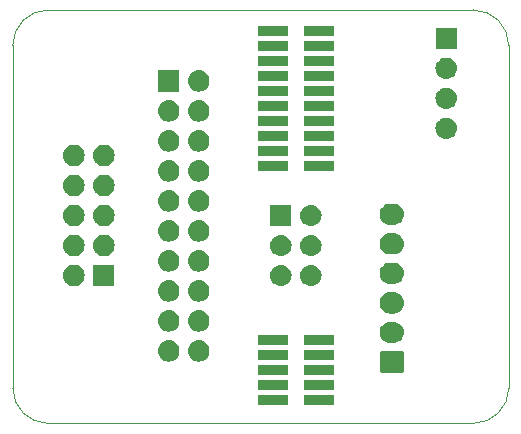
<source format=gbr>
G04 #@! TF.GenerationSoftware,KiCad,Pcbnew,5.1.4+dfsg1-1*
G04 #@! TF.CreationDate,2020-04-28T14:33:28+04:00*
G04 #@! TF.ProjectId,RailLink_Adapter,5261696c-4c69-46e6-9b5f-416461707465,rev?*
G04 #@! TF.SameCoordinates,Original*
G04 #@! TF.FileFunction,Soldermask,Top*
G04 #@! TF.FilePolarity,Negative*
%FSLAX46Y46*%
G04 Gerber Fmt 4.6, Leading zero omitted, Abs format (unit mm)*
G04 Created by KiCad (PCBNEW 5.1.4+dfsg1-1) date 2020-04-28 14:33:28*
%MOMM*%
%LPD*%
G04 APERTURE LIST*
%ADD10C,0.050000*%
%ADD11C,0.100000*%
G04 APERTURE END LIST*
D10*
X110000000Y-58000000D02*
G75*
G02X113000000Y-55000000I3000000J0D01*
G01*
X113000000Y-90000000D02*
G75*
G02X110000000Y-87000000I0J3000000D01*
G01*
X152000000Y-87000000D02*
G75*
G02X149000000Y-90000000I-3000000J0D01*
G01*
X149000000Y-55000000D02*
G75*
G02X152000000Y-58000000I0J-3000000D01*
G01*
X110000000Y-87000000D02*
X110000000Y-58000000D01*
X149000000Y-90000000D02*
X113000000Y-90000000D01*
X152000000Y-58000000D02*
X152000000Y-87000000D01*
X113000000Y-55000000D02*
X149000000Y-55000000D01*
D11*
G36*
X137201000Y-88461000D02*
G01*
X134699000Y-88461000D01*
X134699000Y-87619000D01*
X137201000Y-87619000D01*
X137201000Y-88461000D01*
X137201000Y-88461000D01*
G37*
G36*
X133301000Y-88461000D02*
G01*
X130799000Y-88461000D01*
X130799000Y-87619000D01*
X133301000Y-87619000D01*
X133301000Y-88461000D01*
X133301000Y-88461000D01*
G37*
G36*
X137201000Y-87191000D02*
G01*
X134699000Y-87191000D01*
X134699000Y-86349000D01*
X137201000Y-86349000D01*
X137201000Y-87191000D01*
X137201000Y-87191000D01*
G37*
G36*
X133301000Y-87191000D02*
G01*
X130799000Y-87191000D01*
X130799000Y-86349000D01*
X133301000Y-86349000D01*
X133301000Y-87191000D01*
X133301000Y-87191000D01*
G37*
G36*
X137201000Y-85921000D02*
G01*
X134699000Y-85921000D01*
X134699000Y-85079000D01*
X137201000Y-85079000D01*
X137201000Y-85921000D01*
X137201000Y-85921000D01*
G37*
G36*
X133301000Y-85921000D02*
G01*
X130799000Y-85921000D01*
X130799000Y-85079000D01*
X133301000Y-85079000D01*
X133301000Y-85921000D01*
X133301000Y-85921000D01*
G37*
G36*
X142983600Y-83902989D02*
G01*
X143016652Y-83913015D01*
X143047103Y-83929292D01*
X143073799Y-83951201D01*
X143095708Y-83977897D01*
X143111985Y-84008348D01*
X143122011Y-84041400D01*
X143126000Y-84081903D01*
X143126000Y-85518097D01*
X143122011Y-85558600D01*
X143111985Y-85591652D01*
X143095708Y-85622103D01*
X143073799Y-85648799D01*
X143047103Y-85670708D01*
X143016652Y-85686985D01*
X142983600Y-85697011D01*
X142943097Y-85701000D01*
X141256903Y-85701000D01*
X141216400Y-85697011D01*
X141183348Y-85686985D01*
X141152897Y-85670708D01*
X141126201Y-85648799D01*
X141104292Y-85622103D01*
X141088015Y-85591652D01*
X141077989Y-85558600D01*
X141074000Y-85518097D01*
X141074000Y-84081903D01*
X141077989Y-84041400D01*
X141088015Y-84008348D01*
X141104292Y-83977897D01*
X141126201Y-83951201D01*
X141152897Y-83929292D01*
X141183348Y-83913015D01*
X141216400Y-83902989D01*
X141256903Y-83899000D01*
X142943097Y-83899000D01*
X142983600Y-83902989D01*
X142983600Y-83902989D01*
G37*
G36*
X123379294Y-82958633D02*
G01*
X123551695Y-83010931D01*
X123710583Y-83095858D01*
X123849849Y-83210151D01*
X123964142Y-83349417D01*
X124049069Y-83508305D01*
X124101367Y-83680706D01*
X124119025Y-83860000D01*
X124101367Y-84039294D01*
X124049069Y-84211695D01*
X123964142Y-84370583D01*
X123849849Y-84509849D01*
X123710583Y-84624142D01*
X123551695Y-84709069D01*
X123379294Y-84761367D01*
X123244931Y-84774600D01*
X123155069Y-84774600D01*
X123020706Y-84761367D01*
X122848305Y-84709069D01*
X122689417Y-84624142D01*
X122550151Y-84509849D01*
X122435858Y-84370583D01*
X122350931Y-84211695D01*
X122298633Y-84039294D01*
X122280975Y-83860000D01*
X122298633Y-83680706D01*
X122350931Y-83508305D01*
X122435858Y-83349417D01*
X122550151Y-83210151D01*
X122689417Y-83095858D01*
X122848305Y-83010931D01*
X123020706Y-82958633D01*
X123155069Y-82945400D01*
X123244931Y-82945400D01*
X123379294Y-82958633D01*
X123379294Y-82958633D01*
G37*
G36*
X125919294Y-82958633D02*
G01*
X126091695Y-83010931D01*
X126250583Y-83095858D01*
X126389849Y-83210151D01*
X126504142Y-83349417D01*
X126589069Y-83508305D01*
X126641367Y-83680706D01*
X126659025Y-83860000D01*
X126641367Y-84039294D01*
X126589069Y-84211695D01*
X126504142Y-84370583D01*
X126389849Y-84509849D01*
X126250583Y-84624142D01*
X126091695Y-84709069D01*
X125919294Y-84761367D01*
X125784931Y-84774600D01*
X125695069Y-84774600D01*
X125560706Y-84761367D01*
X125388305Y-84709069D01*
X125229417Y-84624142D01*
X125090151Y-84509849D01*
X124975858Y-84370583D01*
X124890931Y-84211695D01*
X124838633Y-84039294D01*
X124820975Y-83860000D01*
X124838633Y-83680706D01*
X124890931Y-83508305D01*
X124975858Y-83349417D01*
X125090151Y-83210151D01*
X125229417Y-83095858D01*
X125388305Y-83010931D01*
X125560706Y-82958633D01*
X125695069Y-82945400D01*
X125784931Y-82945400D01*
X125919294Y-82958633D01*
X125919294Y-82958633D01*
G37*
G36*
X133301000Y-84651000D02*
G01*
X130799000Y-84651000D01*
X130799000Y-83809000D01*
X133301000Y-83809000D01*
X133301000Y-84651000D01*
X133301000Y-84651000D01*
G37*
G36*
X137201000Y-84651000D02*
G01*
X134699000Y-84651000D01*
X134699000Y-83809000D01*
X137201000Y-83809000D01*
X137201000Y-84651000D01*
X137201000Y-84651000D01*
G37*
G36*
X137201000Y-83381000D02*
G01*
X134699000Y-83381000D01*
X134699000Y-82539000D01*
X137201000Y-82539000D01*
X137201000Y-83381000D01*
X137201000Y-83381000D01*
G37*
G36*
X133301000Y-83381000D02*
G01*
X130799000Y-83381000D01*
X130799000Y-82539000D01*
X133301000Y-82539000D01*
X133301000Y-83381000D01*
X133301000Y-83381000D01*
G37*
G36*
X142335443Y-81405519D02*
G01*
X142401627Y-81412037D01*
X142571466Y-81463557D01*
X142727991Y-81547222D01*
X142763729Y-81576552D01*
X142865186Y-81659814D01*
X142948448Y-81761271D01*
X142977778Y-81797009D01*
X143061443Y-81953534D01*
X143112963Y-82123373D01*
X143130359Y-82300000D01*
X143112963Y-82476627D01*
X143061443Y-82646466D01*
X142977778Y-82802991D01*
X142948448Y-82838729D01*
X142865186Y-82940186D01*
X142778980Y-83010932D01*
X142727991Y-83052778D01*
X142571466Y-83136443D01*
X142401627Y-83187963D01*
X142335442Y-83194482D01*
X142269260Y-83201000D01*
X141930740Y-83201000D01*
X141864558Y-83194482D01*
X141798373Y-83187963D01*
X141628534Y-83136443D01*
X141472009Y-83052778D01*
X141421020Y-83010932D01*
X141334814Y-82940186D01*
X141251552Y-82838729D01*
X141222222Y-82802991D01*
X141138557Y-82646466D01*
X141087037Y-82476627D01*
X141069641Y-82300000D01*
X141087037Y-82123373D01*
X141138557Y-81953534D01*
X141222222Y-81797009D01*
X141251552Y-81761271D01*
X141334814Y-81659814D01*
X141436271Y-81576552D01*
X141472009Y-81547222D01*
X141628534Y-81463557D01*
X141798373Y-81412037D01*
X141864557Y-81405519D01*
X141930740Y-81399000D01*
X142269260Y-81399000D01*
X142335443Y-81405519D01*
X142335443Y-81405519D01*
G37*
G36*
X123379294Y-80418633D02*
G01*
X123551695Y-80470931D01*
X123710583Y-80555858D01*
X123849849Y-80670151D01*
X123964142Y-80809417D01*
X124049069Y-80968305D01*
X124101367Y-81140706D01*
X124119025Y-81320000D01*
X124101367Y-81499294D01*
X124049069Y-81671695D01*
X123964142Y-81830583D01*
X123849849Y-81969849D01*
X123710583Y-82084142D01*
X123551695Y-82169069D01*
X123379294Y-82221367D01*
X123244931Y-82234600D01*
X123155069Y-82234600D01*
X123020706Y-82221367D01*
X122848305Y-82169069D01*
X122689417Y-82084142D01*
X122550151Y-81969849D01*
X122435858Y-81830583D01*
X122350931Y-81671695D01*
X122298633Y-81499294D01*
X122280975Y-81320000D01*
X122298633Y-81140706D01*
X122350931Y-80968305D01*
X122435858Y-80809417D01*
X122550151Y-80670151D01*
X122689417Y-80555858D01*
X122848305Y-80470931D01*
X123020706Y-80418633D01*
X123155069Y-80405400D01*
X123244931Y-80405400D01*
X123379294Y-80418633D01*
X123379294Y-80418633D01*
G37*
G36*
X125919294Y-80418633D02*
G01*
X126091695Y-80470931D01*
X126250583Y-80555858D01*
X126389849Y-80670151D01*
X126504142Y-80809417D01*
X126589069Y-80968305D01*
X126641367Y-81140706D01*
X126659025Y-81320000D01*
X126641367Y-81499294D01*
X126589069Y-81671695D01*
X126504142Y-81830583D01*
X126389849Y-81969849D01*
X126250583Y-82084142D01*
X126091695Y-82169069D01*
X125919294Y-82221367D01*
X125784931Y-82234600D01*
X125695069Y-82234600D01*
X125560706Y-82221367D01*
X125388305Y-82169069D01*
X125229417Y-82084142D01*
X125090151Y-81969849D01*
X124975858Y-81830583D01*
X124890931Y-81671695D01*
X124838633Y-81499294D01*
X124820975Y-81320000D01*
X124838633Y-81140706D01*
X124890931Y-80968305D01*
X124975858Y-80809417D01*
X125090151Y-80670151D01*
X125229417Y-80555858D01*
X125388305Y-80470931D01*
X125560706Y-80418633D01*
X125695069Y-80405400D01*
X125784931Y-80405400D01*
X125919294Y-80418633D01*
X125919294Y-80418633D01*
G37*
G36*
X142335443Y-78905519D02*
G01*
X142401627Y-78912037D01*
X142571466Y-78963557D01*
X142727991Y-79047222D01*
X142763729Y-79076552D01*
X142865186Y-79159814D01*
X142948448Y-79261271D01*
X142977778Y-79297009D01*
X143061443Y-79453534D01*
X143112963Y-79623373D01*
X143130359Y-79800000D01*
X143112963Y-79976627D01*
X143061443Y-80146466D01*
X142977778Y-80302991D01*
X142948448Y-80338729D01*
X142865186Y-80440186D01*
X142763729Y-80523448D01*
X142727991Y-80552778D01*
X142571466Y-80636443D01*
X142401627Y-80687963D01*
X142335443Y-80694481D01*
X142269260Y-80701000D01*
X141930740Y-80701000D01*
X141864557Y-80694481D01*
X141798373Y-80687963D01*
X141628534Y-80636443D01*
X141472009Y-80552778D01*
X141436271Y-80523448D01*
X141334814Y-80440186D01*
X141251552Y-80338729D01*
X141222222Y-80302991D01*
X141138557Y-80146466D01*
X141087037Y-79976627D01*
X141069641Y-79800000D01*
X141087037Y-79623373D01*
X141138557Y-79453534D01*
X141222222Y-79297009D01*
X141251552Y-79261271D01*
X141334814Y-79159814D01*
X141436271Y-79076552D01*
X141472009Y-79047222D01*
X141628534Y-78963557D01*
X141798373Y-78912037D01*
X141864557Y-78905519D01*
X141930740Y-78899000D01*
X142269260Y-78899000D01*
X142335443Y-78905519D01*
X142335443Y-78905519D01*
G37*
G36*
X125919294Y-77878633D02*
G01*
X126091695Y-77930931D01*
X126250583Y-78015858D01*
X126389849Y-78130151D01*
X126504142Y-78269417D01*
X126589069Y-78428305D01*
X126641367Y-78600706D01*
X126659025Y-78780000D01*
X126641367Y-78959294D01*
X126589069Y-79131695D01*
X126504142Y-79290583D01*
X126389849Y-79429849D01*
X126250583Y-79544142D01*
X126091695Y-79629069D01*
X125919294Y-79681367D01*
X125784931Y-79694600D01*
X125695069Y-79694600D01*
X125560706Y-79681367D01*
X125388305Y-79629069D01*
X125229417Y-79544142D01*
X125090151Y-79429849D01*
X124975858Y-79290583D01*
X124890931Y-79131695D01*
X124838633Y-78959294D01*
X124820975Y-78780000D01*
X124838633Y-78600706D01*
X124890931Y-78428305D01*
X124975858Y-78269417D01*
X125090151Y-78130151D01*
X125229417Y-78015858D01*
X125388305Y-77930931D01*
X125560706Y-77878633D01*
X125695069Y-77865400D01*
X125784931Y-77865400D01*
X125919294Y-77878633D01*
X125919294Y-77878633D01*
G37*
G36*
X123379294Y-77878633D02*
G01*
X123551695Y-77930931D01*
X123710583Y-78015858D01*
X123849849Y-78130151D01*
X123964142Y-78269417D01*
X124049069Y-78428305D01*
X124101367Y-78600706D01*
X124119025Y-78780000D01*
X124101367Y-78959294D01*
X124049069Y-79131695D01*
X123964142Y-79290583D01*
X123849849Y-79429849D01*
X123710583Y-79544142D01*
X123551695Y-79629069D01*
X123379294Y-79681367D01*
X123244931Y-79694600D01*
X123155069Y-79694600D01*
X123020706Y-79681367D01*
X122848305Y-79629069D01*
X122689417Y-79544142D01*
X122550151Y-79429849D01*
X122435858Y-79290583D01*
X122350931Y-79131695D01*
X122298633Y-78959294D01*
X122280975Y-78780000D01*
X122298633Y-78600706D01*
X122350931Y-78428305D01*
X122435858Y-78269417D01*
X122550151Y-78130151D01*
X122689417Y-78015858D01*
X122848305Y-77930931D01*
X123020706Y-77878633D01*
X123155069Y-77865400D01*
X123244931Y-77865400D01*
X123379294Y-77878633D01*
X123379294Y-77878633D01*
G37*
G36*
X118614600Y-78394600D02*
G01*
X116785400Y-78394600D01*
X116785400Y-76565400D01*
X118614600Y-76565400D01*
X118614600Y-78394600D01*
X118614600Y-78394600D01*
G37*
G36*
X115339294Y-76578633D02*
G01*
X115511695Y-76630931D01*
X115670583Y-76715858D01*
X115809849Y-76830151D01*
X115924142Y-76969417D01*
X116009069Y-77128305D01*
X116061367Y-77300706D01*
X116079025Y-77480000D01*
X116061367Y-77659294D01*
X116009069Y-77831695D01*
X115924142Y-77990583D01*
X115809849Y-78129849D01*
X115670583Y-78244142D01*
X115511695Y-78329069D01*
X115339294Y-78381367D01*
X115204931Y-78394600D01*
X115115069Y-78394600D01*
X114980706Y-78381367D01*
X114808305Y-78329069D01*
X114649417Y-78244142D01*
X114510151Y-78129849D01*
X114395858Y-77990583D01*
X114310931Y-77831695D01*
X114258633Y-77659294D01*
X114240975Y-77480000D01*
X114258633Y-77300706D01*
X114310931Y-77128305D01*
X114395858Y-76969417D01*
X114510151Y-76830151D01*
X114649417Y-76715858D01*
X114808305Y-76630931D01*
X114980706Y-76578633D01*
X115115069Y-76565400D01*
X115204931Y-76565400D01*
X115339294Y-76578633D01*
X115339294Y-76578633D01*
G37*
G36*
X135350443Y-76585519D02*
G01*
X135416627Y-76592037D01*
X135586466Y-76643557D01*
X135586468Y-76643558D01*
X135616882Y-76659815D01*
X135742991Y-76727222D01*
X135771456Y-76750583D01*
X135880186Y-76839814D01*
X135963448Y-76941271D01*
X135992778Y-76977009D01*
X135992779Y-76977011D01*
X136073648Y-77128304D01*
X136076443Y-77133534D01*
X136127963Y-77303373D01*
X136145359Y-77480000D01*
X136127963Y-77656627D01*
X136083564Y-77802991D01*
X136076442Y-77826468D01*
X136055632Y-77865400D01*
X135992778Y-77982991D01*
X135986547Y-77990583D01*
X135880186Y-78120186D01*
X135797598Y-78187963D01*
X135742991Y-78232778D01*
X135586466Y-78316443D01*
X135416627Y-78367963D01*
X135350442Y-78374482D01*
X135284260Y-78381000D01*
X135195740Y-78381000D01*
X135129558Y-78374482D01*
X135063373Y-78367963D01*
X134893534Y-78316443D01*
X134737009Y-78232778D01*
X134682402Y-78187963D01*
X134599814Y-78120186D01*
X134493453Y-77990583D01*
X134487222Y-77982991D01*
X134424368Y-77865400D01*
X134403558Y-77826468D01*
X134396436Y-77802991D01*
X134352037Y-77656627D01*
X134334641Y-77480000D01*
X134352037Y-77303373D01*
X134403557Y-77133534D01*
X134406353Y-77128304D01*
X134487221Y-76977011D01*
X134487222Y-76977009D01*
X134516552Y-76941271D01*
X134599814Y-76839814D01*
X134708544Y-76750583D01*
X134737009Y-76727222D01*
X134863118Y-76659815D01*
X134893532Y-76643558D01*
X134893534Y-76643557D01*
X135063373Y-76592037D01*
X135129557Y-76585519D01*
X135195740Y-76579000D01*
X135284260Y-76579000D01*
X135350443Y-76585519D01*
X135350443Y-76585519D01*
G37*
G36*
X132810443Y-76585519D02*
G01*
X132876627Y-76592037D01*
X133046466Y-76643557D01*
X133046468Y-76643558D01*
X133076882Y-76659815D01*
X133202991Y-76727222D01*
X133231456Y-76750583D01*
X133340186Y-76839814D01*
X133423448Y-76941271D01*
X133452778Y-76977009D01*
X133452779Y-76977011D01*
X133533648Y-77128304D01*
X133536443Y-77133534D01*
X133587963Y-77303373D01*
X133605359Y-77480000D01*
X133587963Y-77656627D01*
X133543564Y-77802991D01*
X133536442Y-77826468D01*
X133515632Y-77865400D01*
X133452778Y-77982991D01*
X133446547Y-77990583D01*
X133340186Y-78120186D01*
X133257598Y-78187963D01*
X133202991Y-78232778D01*
X133046466Y-78316443D01*
X132876627Y-78367963D01*
X132810442Y-78374482D01*
X132744260Y-78381000D01*
X132655740Y-78381000D01*
X132589558Y-78374482D01*
X132523373Y-78367963D01*
X132353534Y-78316443D01*
X132197009Y-78232778D01*
X132142402Y-78187963D01*
X132059814Y-78120186D01*
X131953453Y-77990583D01*
X131947222Y-77982991D01*
X131884368Y-77865400D01*
X131863558Y-77826468D01*
X131856436Y-77802991D01*
X131812037Y-77656627D01*
X131794641Y-77480000D01*
X131812037Y-77303373D01*
X131863557Y-77133534D01*
X131866353Y-77128304D01*
X131947221Y-76977011D01*
X131947222Y-76977009D01*
X131976552Y-76941271D01*
X132059814Y-76839814D01*
X132168544Y-76750583D01*
X132197009Y-76727222D01*
X132323118Y-76659815D01*
X132353532Y-76643558D01*
X132353534Y-76643557D01*
X132523373Y-76592037D01*
X132589557Y-76585519D01*
X132655740Y-76579000D01*
X132744260Y-76579000D01*
X132810443Y-76585519D01*
X132810443Y-76585519D01*
G37*
G36*
X142335443Y-76405519D02*
G01*
X142401627Y-76412037D01*
X142571466Y-76463557D01*
X142727991Y-76547222D01*
X142750141Y-76565400D01*
X142865186Y-76659814D01*
X142920505Y-76727222D01*
X142977778Y-76797009D01*
X143061443Y-76953534D01*
X143112963Y-77123373D01*
X143130359Y-77300000D01*
X143112963Y-77476627D01*
X143061443Y-77646466D01*
X142977778Y-77802991D01*
X142958512Y-77826466D01*
X142865186Y-77940186D01*
X142772978Y-78015858D01*
X142727991Y-78052778D01*
X142727989Y-78052779D01*
X142583238Y-78130151D01*
X142571466Y-78136443D01*
X142401627Y-78187963D01*
X142335442Y-78194482D01*
X142269260Y-78201000D01*
X141930740Y-78201000D01*
X141864558Y-78194482D01*
X141798373Y-78187963D01*
X141628534Y-78136443D01*
X141616763Y-78130151D01*
X141472011Y-78052779D01*
X141472009Y-78052778D01*
X141427022Y-78015858D01*
X141334814Y-77940186D01*
X141241488Y-77826466D01*
X141222222Y-77802991D01*
X141138557Y-77646466D01*
X141087037Y-77476627D01*
X141069641Y-77300000D01*
X141087037Y-77123373D01*
X141138557Y-76953534D01*
X141222222Y-76797009D01*
X141279495Y-76727222D01*
X141334814Y-76659814D01*
X141449859Y-76565400D01*
X141472009Y-76547222D01*
X141628534Y-76463557D01*
X141798373Y-76412037D01*
X141864557Y-76405519D01*
X141930740Y-76399000D01*
X142269260Y-76399000D01*
X142335443Y-76405519D01*
X142335443Y-76405519D01*
G37*
G36*
X125919294Y-75338633D02*
G01*
X126091695Y-75390931D01*
X126250583Y-75475858D01*
X126389849Y-75590151D01*
X126504142Y-75729417D01*
X126589069Y-75888305D01*
X126641367Y-76060706D01*
X126659025Y-76240000D01*
X126641367Y-76419294D01*
X126589069Y-76591695D01*
X126504142Y-76750583D01*
X126389849Y-76889849D01*
X126250583Y-77004142D01*
X126091695Y-77089069D01*
X125919294Y-77141367D01*
X125784931Y-77154600D01*
X125695069Y-77154600D01*
X125560706Y-77141367D01*
X125388305Y-77089069D01*
X125229417Y-77004142D01*
X125090151Y-76889849D01*
X124975858Y-76750583D01*
X124890931Y-76591695D01*
X124838633Y-76419294D01*
X124820975Y-76240000D01*
X124838633Y-76060706D01*
X124890931Y-75888305D01*
X124975858Y-75729417D01*
X125090151Y-75590151D01*
X125229417Y-75475858D01*
X125388305Y-75390931D01*
X125560706Y-75338633D01*
X125695069Y-75325400D01*
X125784931Y-75325400D01*
X125919294Y-75338633D01*
X125919294Y-75338633D01*
G37*
G36*
X123379294Y-75338633D02*
G01*
X123551695Y-75390931D01*
X123710583Y-75475858D01*
X123849849Y-75590151D01*
X123964142Y-75729417D01*
X124049069Y-75888305D01*
X124101367Y-76060706D01*
X124119025Y-76240000D01*
X124101367Y-76419294D01*
X124049069Y-76591695D01*
X123964142Y-76750583D01*
X123849849Y-76889849D01*
X123710583Y-77004142D01*
X123551695Y-77089069D01*
X123379294Y-77141367D01*
X123244931Y-77154600D01*
X123155069Y-77154600D01*
X123020706Y-77141367D01*
X122848305Y-77089069D01*
X122689417Y-77004142D01*
X122550151Y-76889849D01*
X122435858Y-76750583D01*
X122350931Y-76591695D01*
X122298633Y-76419294D01*
X122280975Y-76240000D01*
X122298633Y-76060706D01*
X122350931Y-75888305D01*
X122435858Y-75729417D01*
X122550151Y-75590151D01*
X122689417Y-75475858D01*
X122848305Y-75390931D01*
X123020706Y-75338633D01*
X123155069Y-75325400D01*
X123244931Y-75325400D01*
X123379294Y-75338633D01*
X123379294Y-75338633D01*
G37*
G36*
X115339294Y-74038633D02*
G01*
X115511695Y-74090931D01*
X115670583Y-74175858D01*
X115809849Y-74290151D01*
X115924142Y-74429417D01*
X116009069Y-74588305D01*
X116061367Y-74760706D01*
X116079025Y-74940000D01*
X116061367Y-75119294D01*
X116009069Y-75291695D01*
X115924142Y-75450583D01*
X115809849Y-75589849D01*
X115670583Y-75704142D01*
X115511695Y-75789069D01*
X115339294Y-75841367D01*
X115204931Y-75854600D01*
X115115069Y-75854600D01*
X114980706Y-75841367D01*
X114808305Y-75789069D01*
X114649417Y-75704142D01*
X114510151Y-75589849D01*
X114395858Y-75450583D01*
X114310931Y-75291695D01*
X114258633Y-75119294D01*
X114240975Y-74940000D01*
X114258633Y-74760706D01*
X114310931Y-74588305D01*
X114395858Y-74429417D01*
X114510151Y-74290151D01*
X114649417Y-74175858D01*
X114808305Y-74090931D01*
X114980706Y-74038633D01*
X115115069Y-74025400D01*
X115204931Y-74025400D01*
X115339294Y-74038633D01*
X115339294Y-74038633D01*
G37*
G36*
X117879294Y-74038633D02*
G01*
X118051695Y-74090931D01*
X118210583Y-74175858D01*
X118349849Y-74290151D01*
X118464142Y-74429417D01*
X118549069Y-74588305D01*
X118601367Y-74760706D01*
X118619025Y-74940000D01*
X118601367Y-75119294D01*
X118549069Y-75291695D01*
X118464142Y-75450583D01*
X118349849Y-75589849D01*
X118210583Y-75704142D01*
X118051695Y-75789069D01*
X117879294Y-75841367D01*
X117744931Y-75854600D01*
X117655069Y-75854600D01*
X117520706Y-75841367D01*
X117348305Y-75789069D01*
X117189417Y-75704142D01*
X117050151Y-75589849D01*
X116935858Y-75450583D01*
X116850931Y-75291695D01*
X116798633Y-75119294D01*
X116780975Y-74940000D01*
X116798633Y-74760706D01*
X116850931Y-74588305D01*
X116935858Y-74429417D01*
X117050151Y-74290151D01*
X117189417Y-74175858D01*
X117348305Y-74090931D01*
X117520706Y-74038633D01*
X117655069Y-74025400D01*
X117744931Y-74025400D01*
X117879294Y-74038633D01*
X117879294Y-74038633D01*
G37*
G36*
X135350442Y-74045518D02*
G01*
X135416627Y-74052037D01*
X135586466Y-74103557D01*
X135742991Y-74187222D01*
X135771456Y-74210583D01*
X135880186Y-74299814D01*
X135963448Y-74401271D01*
X135992778Y-74437009D01*
X135992779Y-74437011D01*
X136073648Y-74588304D01*
X136076443Y-74593534D01*
X136127963Y-74763373D01*
X136145359Y-74940000D01*
X136127963Y-75116627D01*
X136076443Y-75286466D01*
X136076442Y-75286468D01*
X136067611Y-75302989D01*
X135992778Y-75442991D01*
X135986547Y-75450583D01*
X135880186Y-75580186D01*
X135778729Y-75663448D01*
X135742991Y-75692778D01*
X135586466Y-75776443D01*
X135416627Y-75827963D01*
X135350443Y-75834481D01*
X135284260Y-75841000D01*
X135195740Y-75841000D01*
X135129557Y-75834481D01*
X135063373Y-75827963D01*
X134893534Y-75776443D01*
X134737009Y-75692778D01*
X134701271Y-75663448D01*
X134599814Y-75580186D01*
X134493453Y-75450583D01*
X134487222Y-75442991D01*
X134412389Y-75302989D01*
X134403558Y-75286468D01*
X134403557Y-75286466D01*
X134352037Y-75116627D01*
X134334641Y-74940000D01*
X134352037Y-74763373D01*
X134403557Y-74593534D01*
X134406353Y-74588304D01*
X134487221Y-74437011D01*
X134487222Y-74437009D01*
X134516552Y-74401271D01*
X134599814Y-74299814D01*
X134708544Y-74210583D01*
X134737009Y-74187222D01*
X134893534Y-74103557D01*
X135063373Y-74052037D01*
X135129558Y-74045518D01*
X135195740Y-74039000D01*
X135284260Y-74039000D01*
X135350442Y-74045518D01*
X135350442Y-74045518D01*
G37*
G36*
X132810442Y-74045518D02*
G01*
X132876627Y-74052037D01*
X133046466Y-74103557D01*
X133202991Y-74187222D01*
X133231456Y-74210583D01*
X133340186Y-74299814D01*
X133423448Y-74401271D01*
X133452778Y-74437009D01*
X133452779Y-74437011D01*
X133533648Y-74588304D01*
X133536443Y-74593534D01*
X133587963Y-74763373D01*
X133605359Y-74940000D01*
X133587963Y-75116627D01*
X133536443Y-75286466D01*
X133536442Y-75286468D01*
X133527611Y-75302989D01*
X133452778Y-75442991D01*
X133446547Y-75450583D01*
X133340186Y-75580186D01*
X133238729Y-75663448D01*
X133202991Y-75692778D01*
X133046466Y-75776443D01*
X132876627Y-75827963D01*
X132810443Y-75834481D01*
X132744260Y-75841000D01*
X132655740Y-75841000D01*
X132589557Y-75834481D01*
X132523373Y-75827963D01*
X132353534Y-75776443D01*
X132197009Y-75692778D01*
X132161271Y-75663448D01*
X132059814Y-75580186D01*
X131953453Y-75450583D01*
X131947222Y-75442991D01*
X131872389Y-75302989D01*
X131863558Y-75286468D01*
X131863557Y-75286466D01*
X131812037Y-75116627D01*
X131794641Y-74940000D01*
X131812037Y-74763373D01*
X131863557Y-74593534D01*
X131866353Y-74588304D01*
X131947221Y-74437011D01*
X131947222Y-74437009D01*
X131976552Y-74401271D01*
X132059814Y-74299814D01*
X132168544Y-74210583D01*
X132197009Y-74187222D01*
X132353534Y-74103557D01*
X132523373Y-74052037D01*
X132589558Y-74045518D01*
X132655740Y-74039000D01*
X132744260Y-74039000D01*
X132810442Y-74045518D01*
X132810442Y-74045518D01*
G37*
G36*
X142335443Y-73905519D02*
G01*
X142401627Y-73912037D01*
X142571466Y-73963557D01*
X142727991Y-74047222D01*
X142763729Y-74076552D01*
X142865186Y-74159814D01*
X142906850Y-74210583D01*
X142977778Y-74297009D01*
X143061443Y-74453534D01*
X143112963Y-74623373D01*
X143130359Y-74800000D01*
X143112963Y-74976627D01*
X143061443Y-75146466D01*
X142977778Y-75302991D01*
X142959387Y-75325400D01*
X142865186Y-75440186D01*
X142763729Y-75523448D01*
X142727991Y-75552778D01*
X142571466Y-75636443D01*
X142401627Y-75687963D01*
X142335442Y-75694482D01*
X142269260Y-75701000D01*
X141930740Y-75701000D01*
X141864558Y-75694482D01*
X141798373Y-75687963D01*
X141628534Y-75636443D01*
X141472009Y-75552778D01*
X141436271Y-75523448D01*
X141334814Y-75440186D01*
X141240613Y-75325400D01*
X141222222Y-75302991D01*
X141138557Y-75146466D01*
X141087037Y-74976627D01*
X141069641Y-74800000D01*
X141087037Y-74623373D01*
X141138557Y-74453534D01*
X141222222Y-74297009D01*
X141293150Y-74210583D01*
X141334814Y-74159814D01*
X141436271Y-74076552D01*
X141472009Y-74047222D01*
X141628534Y-73963557D01*
X141798373Y-73912037D01*
X141864557Y-73905519D01*
X141930740Y-73899000D01*
X142269260Y-73899000D01*
X142335443Y-73905519D01*
X142335443Y-73905519D01*
G37*
G36*
X123379294Y-72798633D02*
G01*
X123551695Y-72850931D01*
X123710583Y-72935858D01*
X123849849Y-73050151D01*
X123964142Y-73189417D01*
X124049069Y-73348305D01*
X124101367Y-73520706D01*
X124119025Y-73700000D01*
X124101367Y-73879294D01*
X124049069Y-74051695D01*
X123964142Y-74210583D01*
X123849849Y-74349849D01*
X123710583Y-74464142D01*
X123551695Y-74549069D01*
X123379294Y-74601367D01*
X123244931Y-74614600D01*
X123155069Y-74614600D01*
X123020706Y-74601367D01*
X122848305Y-74549069D01*
X122689417Y-74464142D01*
X122550151Y-74349849D01*
X122435858Y-74210583D01*
X122350931Y-74051695D01*
X122298633Y-73879294D01*
X122280975Y-73700000D01*
X122298633Y-73520706D01*
X122350931Y-73348305D01*
X122435858Y-73189417D01*
X122550151Y-73050151D01*
X122689417Y-72935858D01*
X122848305Y-72850931D01*
X123020706Y-72798633D01*
X123155069Y-72785400D01*
X123244931Y-72785400D01*
X123379294Y-72798633D01*
X123379294Y-72798633D01*
G37*
G36*
X125919294Y-72798633D02*
G01*
X126091695Y-72850931D01*
X126250583Y-72935858D01*
X126389849Y-73050151D01*
X126504142Y-73189417D01*
X126589069Y-73348305D01*
X126641367Y-73520706D01*
X126659025Y-73700000D01*
X126641367Y-73879294D01*
X126589069Y-74051695D01*
X126504142Y-74210583D01*
X126389849Y-74349849D01*
X126250583Y-74464142D01*
X126091695Y-74549069D01*
X125919294Y-74601367D01*
X125784931Y-74614600D01*
X125695069Y-74614600D01*
X125560706Y-74601367D01*
X125388305Y-74549069D01*
X125229417Y-74464142D01*
X125090151Y-74349849D01*
X124975858Y-74210583D01*
X124890931Y-74051695D01*
X124838633Y-73879294D01*
X124820975Y-73700000D01*
X124838633Y-73520706D01*
X124890931Y-73348305D01*
X124975858Y-73189417D01*
X125090151Y-73050151D01*
X125229417Y-72935858D01*
X125388305Y-72850931D01*
X125560706Y-72798633D01*
X125695069Y-72785400D01*
X125784931Y-72785400D01*
X125919294Y-72798633D01*
X125919294Y-72798633D01*
G37*
G36*
X117879294Y-71498633D02*
G01*
X118051695Y-71550931D01*
X118210583Y-71635858D01*
X118349849Y-71750151D01*
X118464142Y-71889417D01*
X118549069Y-72048305D01*
X118601367Y-72220706D01*
X118619025Y-72400000D01*
X118601367Y-72579294D01*
X118549069Y-72751695D01*
X118464142Y-72910583D01*
X118349849Y-73049849D01*
X118210583Y-73164142D01*
X118051695Y-73249069D01*
X117879294Y-73301367D01*
X117744931Y-73314600D01*
X117655069Y-73314600D01*
X117520706Y-73301367D01*
X117348305Y-73249069D01*
X117189417Y-73164142D01*
X117050151Y-73049849D01*
X116935858Y-72910583D01*
X116850931Y-72751695D01*
X116798633Y-72579294D01*
X116780975Y-72400000D01*
X116798633Y-72220706D01*
X116850931Y-72048305D01*
X116935858Y-71889417D01*
X117050151Y-71750151D01*
X117189417Y-71635858D01*
X117348305Y-71550931D01*
X117520706Y-71498633D01*
X117655069Y-71485400D01*
X117744931Y-71485400D01*
X117879294Y-71498633D01*
X117879294Y-71498633D01*
G37*
G36*
X115339294Y-71498633D02*
G01*
X115511695Y-71550931D01*
X115670583Y-71635858D01*
X115809849Y-71750151D01*
X115924142Y-71889417D01*
X116009069Y-72048305D01*
X116061367Y-72220706D01*
X116079025Y-72400000D01*
X116061367Y-72579294D01*
X116009069Y-72751695D01*
X115924142Y-72910583D01*
X115809849Y-73049849D01*
X115670583Y-73164142D01*
X115511695Y-73249069D01*
X115339294Y-73301367D01*
X115204931Y-73314600D01*
X115115069Y-73314600D01*
X114980706Y-73301367D01*
X114808305Y-73249069D01*
X114649417Y-73164142D01*
X114510151Y-73049849D01*
X114395858Y-72910583D01*
X114310931Y-72751695D01*
X114258633Y-72579294D01*
X114240975Y-72400000D01*
X114258633Y-72220706D01*
X114310931Y-72048305D01*
X114395858Y-71889417D01*
X114510151Y-71750151D01*
X114649417Y-71635858D01*
X114808305Y-71550931D01*
X114980706Y-71498633D01*
X115115069Y-71485400D01*
X115204931Y-71485400D01*
X115339294Y-71498633D01*
X115339294Y-71498633D01*
G37*
G36*
X135350442Y-71505518D02*
G01*
X135416627Y-71512037D01*
X135586466Y-71563557D01*
X135742991Y-71647222D01*
X135771456Y-71670583D01*
X135880186Y-71759814D01*
X135963448Y-71861271D01*
X135992778Y-71897009D01*
X135992779Y-71897011D01*
X136073648Y-72048304D01*
X136076443Y-72053534D01*
X136127963Y-72223373D01*
X136145359Y-72400000D01*
X136127963Y-72576627D01*
X136076443Y-72746466D01*
X136076442Y-72746468D01*
X136055632Y-72785400D01*
X135992778Y-72902991D01*
X135986547Y-72910583D01*
X135880186Y-73040186D01*
X135778729Y-73123448D01*
X135742991Y-73152778D01*
X135586466Y-73236443D01*
X135416627Y-73287963D01*
X135350442Y-73294482D01*
X135284260Y-73301000D01*
X135195740Y-73301000D01*
X135129558Y-73294482D01*
X135063373Y-73287963D01*
X134893534Y-73236443D01*
X134737009Y-73152778D01*
X134701271Y-73123448D01*
X134599814Y-73040186D01*
X134493453Y-72910583D01*
X134487222Y-72902991D01*
X134424368Y-72785400D01*
X134403558Y-72746468D01*
X134403557Y-72746466D01*
X134352037Y-72576627D01*
X134334641Y-72400000D01*
X134352037Y-72223373D01*
X134403557Y-72053534D01*
X134406353Y-72048304D01*
X134487221Y-71897011D01*
X134487222Y-71897009D01*
X134516552Y-71861271D01*
X134599814Y-71759814D01*
X134708544Y-71670583D01*
X134737009Y-71647222D01*
X134893534Y-71563557D01*
X135063373Y-71512037D01*
X135129558Y-71505518D01*
X135195740Y-71499000D01*
X135284260Y-71499000D01*
X135350442Y-71505518D01*
X135350442Y-71505518D01*
G37*
G36*
X133601000Y-73301000D02*
G01*
X131799000Y-73301000D01*
X131799000Y-71499000D01*
X133601000Y-71499000D01*
X133601000Y-73301000D01*
X133601000Y-73301000D01*
G37*
G36*
X142335442Y-71405518D02*
G01*
X142401627Y-71412037D01*
X142571466Y-71463557D01*
X142727991Y-71547222D01*
X142747895Y-71563557D01*
X142865186Y-71659814D01*
X142947253Y-71759814D01*
X142977778Y-71797009D01*
X143061443Y-71953534D01*
X143112963Y-72123373D01*
X143130359Y-72300000D01*
X143112963Y-72476627D01*
X143061443Y-72646466D01*
X142977778Y-72802991D01*
X142948448Y-72838729D01*
X142865186Y-72940186D01*
X142763729Y-73023448D01*
X142727991Y-73052778D01*
X142571466Y-73136443D01*
X142401627Y-73187963D01*
X142335442Y-73194482D01*
X142269260Y-73201000D01*
X141930740Y-73201000D01*
X141864558Y-73194482D01*
X141798373Y-73187963D01*
X141628534Y-73136443D01*
X141472009Y-73052778D01*
X141436271Y-73023448D01*
X141334814Y-72940186D01*
X141251552Y-72838729D01*
X141222222Y-72802991D01*
X141138557Y-72646466D01*
X141087037Y-72476627D01*
X141069641Y-72300000D01*
X141087037Y-72123373D01*
X141138557Y-71953534D01*
X141222222Y-71797009D01*
X141252747Y-71759814D01*
X141334814Y-71659814D01*
X141452105Y-71563557D01*
X141472009Y-71547222D01*
X141628534Y-71463557D01*
X141798373Y-71412037D01*
X141864558Y-71405518D01*
X141930740Y-71399000D01*
X142269260Y-71399000D01*
X142335442Y-71405518D01*
X142335442Y-71405518D01*
G37*
G36*
X125919294Y-70258633D02*
G01*
X126091695Y-70310931D01*
X126250583Y-70395858D01*
X126389849Y-70510151D01*
X126504142Y-70649417D01*
X126589069Y-70808305D01*
X126641367Y-70980706D01*
X126659025Y-71160000D01*
X126641367Y-71339294D01*
X126589069Y-71511695D01*
X126504142Y-71670583D01*
X126389849Y-71809849D01*
X126250583Y-71924142D01*
X126091695Y-72009069D01*
X125919294Y-72061367D01*
X125784931Y-72074600D01*
X125695069Y-72074600D01*
X125560706Y-72061367D01*
X125388305Y-72009069D01*
X125229417Y-71924142D01*
X125090151Y-71809849D01*
X124975858Y-71670583D01*
X124890931Y-71511695D01*
X124838633Y-71339294D01*
X124820975Y-71160000D01*
X124838633Y-70980706D01*
X124890931Y-70808305D01*
X124975858Y-70649417D01*
X125090151Y-70510151D01*
X125229417Y-70395858D01*
X125388305Y-70310931D01*
X125560706Y-70258633D01*
X125695069Y-70245400D01*
X125784931Y-70245400D01*
X125919294Y-70258633D01*
X125919294Y-70258633D01*
G37*
G36*
X123379294Y-70258633D02*
G01*
X123551695Y-70310931D01*
X123710583Y-70395858D01*
X123849849Y-70510151D01*
X123964142Y-70649417D01*
X124049069Y-70808305D01*
X124101367Y-70980706D01*
X124119025Y-71160000D01*
X124101367Y-71339294D01*
X124049069Y-71511695D01*
X123964142Y-71670583D01*
X123849849Y-71809849D01*
X123710583Y-71924142D01*
X123551695Y-72009069D01*
X123379294Y-72061367D01*
X123244931Y-72074600D01*
X123155069Y-72074600D01*
X123020706Y-72061367D01*
X122848305Y-72009069D01*
X122689417Y-71924142D01*
X122550151Y-71809849D01*
X122435858Y-71670583D01*
X122350931Y-71511695D01*
X122298633Y-71339294D01*
X122280975Y-71160000D01*
X122298633Y-70980706D01*
X122350931Y-70808305D01*
X122435858Y-70649417D01*
X122550151Y-70510151D01*
X122689417Y-70395858D01*
X122848305Y-70310931D01*
X123020706Y-70258633D01*
X123155069Y-70245400D01*
X123244931Y-70245400D01*
X123379294Y-70258633D01*
X123379294Y-70258633D01*
G37*
G36*
X117879294Y-68958633D02*
G01*
X118051695Y-69010931D01*
X118210583Y-69095858D01*
X118349849Y-69210151D01*
X118464142Y-69349417D01*
X118549069Y-69508305D01*
X118601367Y-69680706D01*
X118619025Y-69860000D01*
X118601367Y-70039294D01*
X118549069Y-70211695D01*
X118464142Y-70370583D01*
X118349849Y-70509849D01*
X118210583Y-70624142D01*
X118051695Y-70709069D01*
X117879294Y-70761367D01*
X117744931Y-70774600D01*
X117655069Y-70774600D01*
X117520706Y-70761367D01*
X117348305Y-70709069D01*
X117189417Y-70624142D01*
X117050151Y-70509849D01*
X116935858Y-70370583D01*
X116850931Y-70211695D01*
X116798633Y-70039294D01*
X116780975Y-69860000D01*
X116798633Y-69680706D01*
X116850931Y-69508305D01*
X116935858Y-69349417D01*
X117050151Y-69210151D01*
X117189417Y-69095858D01*
X117348305Y-69010931D01*
X117520706Y-68958633D01*
X117655069Y-68945400D01*
X117744931Y-68945400D01*
X117879294Y-68958633D01*
X117879294Y-68958633D01*
G37*
G36*
X115339294Y-68958633D02*
G01*
X115511695Y-69010931D01*
X115670583Y-69095858D01*
X115809849Y-69210151D01*
X115924142Y-69349417D01*
X116009069Y-69508305D01*
X116061367Y-69680706D01*
X116079025Y-69860000D01*
X116061367Y-70039294D01*
X116009069Y-70211695D01*
X115924142Y-70370583D01*
X115809849Y-70509849D01*
X115670583Y-70624142D01*
X115511695Y-70709069D01*
X115339294Y-70761367D01*
X115204931Y-70774600D01*
X115115069Y-70774600D01*
X114980706Y-70761367D01*
X114808305Y-70709069D01*
X114649417Y-70624142D01*
X114510151Y-70509849D01*
X114395858Y-70370583D01*
X114310931Y-70211695D01*
X114258633Y-70039294D01*
X114240975Y-69860000D01*
X114258633Y-69680706D01*
X114310931Y-69508305D01*
X114395858Y-69349417D01*
X114510151Y-69210151D01*
X114649417Y-69095858D01*
X114808305Y-69010931D01*
X114980706Y-68958633D01*
X115115069Y-68945400D01*
X115204931Y-68945400D01*
X115339294Y-68958633D01*
X115339294Y-68958633D01*
G37*
G36*
X125919294Y-67718633D02*
G01*
X126091695Y-67770931D01*
X126250583Y-67855858D01*
X126389849Y-67970151D01*
X126504142Y-68109417D01*
X126589069Y-68268305D01*
X126641367Y-68440706D01*
X126659025Y-68620000D01*
X126641367Y-68799294D01*
X126589069Y-68971695D01*
X126504142Y-69130583D01*
X126389849Y-69269849D01*
X126250583Y-69384142D01*
X126091695Y-69469069D01*
X125919294Y-69521367D01*
X125784931Y-69534600D01*
X125695069Y-69534600D01*
X125560706Y-69521367D01*
X125388305Y-69469069D01*
X125229417Y-69384142D01*
X125090151Y-69269849D01*
X124975858Y-69130583D01*
X124890931Y-68971695D01*
X124838633Y-68799294D01*
X124820975Y-68620000D01*
X124838633Y-68440706D01*
X124890931Y-68268305D01*
X124975858Y-68109417D01*
X125090151Y-67970151D01*
X125229417Y-67855858D01*
X125388305Y-67770931D01*
X125560706Y-67718633D01*
X125695069Y-67705400D01*
X125784931Y-67705400D01*
X125919294Y-67718633D01*
X125919294Y-67718633D01*
G37*
G36*
X123379294Y-67718633D02*
G01*
X123551695Y-67770931D01*
X123710583Y-67855858D01*
X123849849Y-67970151D01*
X123964142Y-68109417D01*
X124049069Y-68268305D01*
X124101367Y-68440706D01*
X124119025Y-68620000D01*
X124101367Y-68799294D01*
X124049069Y-68971695D01*
X123964142Y-69130583D01*
X123849849Y-69269849D01*
X123710583Y-69384142D01*
X123551695Y-69469069D01*
X123379294Y-69521367D01*
X123244931Y-69534600D01*
X123155069Y-69534600D01*
X123020706Y-69521367D01*
X122848305Y-69469069D01*
X122689417Y-69384142D01*
X122550151Y-69269849D01*
X122435858Y-69130583D01*
X122350931Y-68971695D01*
X122298633Y-68799294D01*
X122280975Y-68620000D01*
X122298633Y-68440706D01*
X122350931Y-68268305D01*
X122435858Y-68109417D01*
X122550151Y-67970151D01*
X122689417Y-67855858D01*
X122848305Y-67770931D01*
X123020706Y-67718633D01*
X123155069Y-67705400D01*
X123244931Y-67705400D01*
X123379294Y-67718633D01*
X123379294Y-67718633D01*
G37*
G36*
X133301000Y-68636000D02*
G01*
X130799000Y-68636000D01*
X130799000Y-67794000D01*
X133301000Y-67794000D01*
X133301000Y-68636000D01*
X133301000Y-68636000D01*
G37*
G36*
X137201000Y-68636000D02*
G01*
X134699000Y-68636000D01*
X134699000Y-67794000D01*
X137201000Y-67794000D01*
X137201000Y-68636000D01*
X137201000Y-68636000D01*
G37*
G36*
X117879294Y-66418633D02*
G01*
X118051695Y-66470931D01*
X118210583Y-66555858D01*
X118349849Y-66670151D01*
X118464142Y-66809417D01*
X118549069Y-66968305D01*
X118601367Y-67140706D01*
X118619025Y-67320000D01*
X118601367Y-67499294D01*
X118549069Y-67671695D01*
X118464142Y-67830583D01*
X118349849Y-67969849D01*
X118210583Y-68084142D01*
X118051695Y-68169069D01*
X117879294Y-68221367D01*
X117744931Y-68234600D01*
X117655069Y-68234600D01*
X117520706Y-68221367D01*
X117348305Y-68169069D01*
X117189417Y-68084142D01*
X117050151Y-67969849D01*
X116935858Y-67830583D01*
X116850931Y-67671695D01*
X116798633Y-67499294D01*
X116780975Y-67320000D01*
X116798633Y-67140706D01*
X116850931Y-66968305D01*
X116935858Y-66809417D01*
X117050151Y-66670151D01*
X117189417Y-66555858D01*
X117348305Y-66470931D01*
X117520706Y-66418633D01*
X117655069Y-66405400D01*
X117744931Y-66405400D01*
X117879294Y-66418633D01*
X117879294Y-66418633D01*
G37*
G36*
X115339294Y-66418633D02*
G01*
X115511695Y-66470931D01*
X115670583Y-66555858D01*
X115809849Y-66670151D01*
X115924142Y-66809417D01*
X116009069Y-66968305D01*
X116061367Y-67140706D01*
X116079025Y-67320000D01*
X116061367Y-67499294D01*
X116009069Y-67671695D01*
X115924142Y-67830583D01*
X115809849Y-67969849D01*
X115670583Y-68084142D01*
X115511695Y-68169069D01*
X115339294Y-68221367D01*
X115204931Y-68234600D01*
X115115069Y-68234600D01*
X114980706Y-68221367D01*
X114808305Y-68169069D01*
X114649417Y-68084142D01*
X114510151Y-67969849D01*
X114395858Y-67830583D01*
X114310931Y-67671695D01*
X114258633Y-67499294D01*
X114240975Y-67320000D01*
X114258633Y-67140706D01*
X114310931Y-66968305D01*
X114395858Y-66809417D01*
X114510151Y-66670151D01*
X114649417Y-66555858D01*
X114808305Y-66470931D01*
X114980706Y-66418633D01*
X115115069Y-66405400D01*
X115204931Y-66405400D01*
X115339294Y-66418633D01*
X115339294Y-66418633D01*
G37*
G36*
X137201000Y-67366000D02*
G01*
X134699000Y-67366000D01*
X134699000Y-66524000D01*
X137201000Y-66524000D01*
X137201000Y-67366000D01*
X137201000Y-67366000D01*
G37*
G36*
X133301000Y-67366000D02*
G01*
X130799000Y-67366000D01*
X130799000Y-66524000D01*
X133301000Y-66524000D01*
X133301000Y-67366000D01*
X133301000Y-67366000D01*
G37*
G36*
X123379294Y-65178633D02*
G01*
X123551695Y-65230931D01*
X123710583Y-65315858D01*
X123849849Y-65430151D01*
X123964142Y-65569417D01*
X124049069Y-65728305D01*
X124101367Y-65900706D01*
X124119025Y-66080000D01*
X124101367Y-66259294D01*
X124049069Y-66431695D01*
X123964142Y-66590583D01*
X123849849Y-66729849D01*
X123710583Y-66844142D01*
X123551695Y-66929069D01*
X123379294Y-66981367D01*
X123244931Y-66994600D01*
X123155069Y-66994600D01*
X123020706Y-66981367D01*
X122848305Y-66929069D01*
X122689417Y-66844142D01*
X122550151Y-66729849D01*
X122435858Y-66590583D01*
X122350931Y-66431695D01*
X122298633Y-66259294D01*
X122280975Y-66080000D01*
X122298633Y-65900706D01*
X122350931Y-65728305D01*
X122435858Y-65569417D01*
X122550151Y-65430151D01*
X122689417Y-65315858D01*
X122848305Y-65230931D01*
X123020706Y-65178633D01*
X123155069Y-65165400D01*
X123244931Y-65165400D01*
X123379294Y-65178633D01*
X123379294Y-65178633D01*
G37*
G36*
X125919294Y-65178633D02*
G01*
X126091695Y-65230931D01*
X126250583Y-65315858D01*
X126389849Y-65430151D01*
X126504142Y-65569417D01*
X126589069Y-65728305D01*
X126641367Y-65900706D01*
X126659025Y-66080000D01*
X126641367Y-66259294D01*
X126589069Y-66431695D01*
X126504142Y-66590583D01*
X126389849Y-66729849D01*
X126250583Y-66844142D01*
X126091695Y-66929069D01*
X125919294Y-66981367D01*
X125784931Y-66994600D01*
X125695069Y-66994600D01*
X125560706Y-66981367D01*
X125388305Y-66929069D01*
X125229417Y-66844142D01*
X125090151Y-66729849D01*
X124975858Y-66590583D01*
X124890931Y-66431695D01*
X124838633Y-66259294D01*
X124820975Y-66080000D01*
X124838633Y-65900706D01*
X124890931Y-65728305D01*
X124975858Y-65569417D01*
X125090151Y-65430151D01*
X125229417Y-65315858D01*
X125388305Y-65230931D01*
X125560706Y-65178633D01*
X125695069Y-65165400D01*
X125784931Y-65165400D01*
X125919294Y-65178633D01*
X125919294Y-65178633D01*
G37*
G36*
X133301000Y-66096000D02*
G01*
X130799000Y-66096000D01*
X130799000Y-65254000D01*
X133301000Y-65254000D01*
X133301000Y-66096000D01*
X133301000Y-66096000D01*
G37*
G36*
X137201000Y-66096000D02*
G01*
X134699000Y-66096000D01*
X134699000Y-65254000D01*
X137201000Y-65254000D01*
X137201000Y-66096000D01*
X137201000Y-66096000D01*
G37*
G36*
X146810443Y-64125519D02*
G01*
X146876627Y-64132037D01*
X147046466Y-64183557D01*
X147046468Y-64183558D01*
X147124729Y-64225390D01*
X147202991Y-64267222D01*
X147238729Y-64296552D01*
X147340186Y-64379814D01*
X147390700Y-64441367D01*
X147452778Y-64517009D01*
X147536443Y-64673534D01*
X147587963Y-64843373D01*
X147605359Y-65020000D01*
X147587963Y-65196627D01*
X147536443Y-65366466D01*
X147452778Y-65522991D01*
X147423448Y-65558729D01*
X147340186Y-65660186D01*
X147238729Y-65743448D01*
X147202991Y-65772778D01*
X147046466Y-65856443D01*
X146876627Y-65907963D01*
X146810443Y-65914481D01*
X146744260Y-65921000D01*
X146655740Y-65921000D01*
X146589557Y-65914481D01*
X146523373Y-65907963D01*
X146353534Y-65856443D01*
X146197009Y-65772778D01*
X146161271Y-65743448D01*
X146059814Y-65660186D01*
X145976552Y-65558729D01*
X145947222Y-65522991D01*
X145863557Y-65366466D01*
X145812037Y-65196627D01*
X145794641Y-65020000D01*
X145812037Y-64843373D01*
X145863557Y-64673534D01*
X145947222Y-64517009D01*
X146009300Y-64441367D01*
X146059814Y-64379814D01*
X146161271Y-64296552D01*
X146197009Y-64267222D01*
X146275271Y-64225390D01*
X146353532Y-64183558D01*
X146353534Y-64183557D01*
X146523373Y-64132037D01*
X146589557Y-64125519D01*
X146655740Y-64119000D01*
X146744260Y-64119000D01*
X146810443Y-64125519D01*
X146810443Y-64125519D01*
G37*
G36*
X133301000Y-64826000D02*
G01*
X130799000Y-64826000D01*
X130799000Y-63984000D01*
X133301000Y-63984000D01*
X133301000Y-64826000D01*
X133301000Y-64826000D01*
G37*
G36*
X137201000Y-64826000D02*
G01*
X134699000Y-64826000D01*
X134699000Y-63984000D01*
X137201000Y-63984000D01*
X137201000Y-64826000D01*
X137201000Y-64826000D01*
G37*
G36*
X123379294Y-62638633D02*
G01*
X123551695Y-62690931D01*
X123710583Y-62775858D01*
X123849849Y-62890151D01*
X123964142Y-63029417D01*
X124049069Y-63188305D01*
X124101367Y-63360706D01*
X124119025Y-63540000D01*
X124101367Y-63719294D01*
X124049069Y-63891695D01*
X123964142Y-64050583D01*
X123849849Y-64189849D01*
X123710583Y-64304142D01*
X123551695Y-64389069D01*
X123379294Y-64441367D01*
X123244931Y-64454600D01*
X123155069Y-64454600D01*
X123020706Y-64441367D01*
X122848305Y-64389069D01*
X122689417Y-64304142D01*
X122550151Y-64189849D01*
X122435858Y-64050583D01*
X122350931Y-63891695D01*
X122298633Y-63719294D01*
X122280975Y-63540000D01*
X122298633Y-63360706D01*
X122350931Y-63188305D01*
X122435858Y-63029417D01*
X122550151Y-62890151D01*
X122689417Y-62775858D01*
X122848305Y-62690931D01*
X123020706Y-62638633D01*
X123155069Y-62625400D01*
X123244931Y-62625400D01*
X123379294Y-62638633D01*
X123379294Y-62638633D01*
G37*
G36*
X125919294Y-62638633D02*
G01*
X126091695Y-62690931D01*
X126250583Y-62775858D01*
X126389849Y-62890151D01*
X126504142Y-63029417D01*
X126589069Y-63188305D01*
X126641367Y-63360706D01*
X126659025Y-63540000D01*
X126641367Y-63719294D01*
X126589069Y-63891695D01*
X126504142Y-64050583D01*
X126389849Y-64189849D01*
X126250583Y-64304142D01*
X126091695Y-64389069D01*
X125919294Y-64441367D01*
X125784931Y-64454600D01*
X125695069Y-64454600D01*
X125560706Y-64441367D01*
X125388305Y-64389069D01*
X125229417Y-64304142D01*
X125090151Y-64189849D01*
X124975858Y-64050583D01*
X124890931Y-63891695D01*
X124838633Y-63719294D01*
X124820975Y-63540000D01*
X124838633Y-63360706D01*
X124890931Y-63188305D01*
X124975858Y-63029417D01*
X125090151Y-62890151D01*
X125229417Y-62775858D01*
X125388305Y-62690931D01*
X125560706Y-62638633D01*
X125695069Y-62625400D01*
X125784931Y-62625400D01*
X125919294Y-62638633D01*
X125919294Y-62638633D01*
G37*
G36*
X137201000Y-63556000D02*
G01*
X134699000Y-63556000D01*
X134699000Y-62714000D01*
X137201000Y-62714000D01*
X137201000Y-63556000D01*
X137201000Y-63556000D01*
G37*
G36*
X133301000Y-63556000D02*
G01*
X130799000Y-63556000D01*
X130799000Y-62714000D01*
X133301000Y-62714000D01*
X133301000Y-63556000D01*
X133301000Y-63556000D01*
G37*
G36*
X146810442Y-61585518D02*
G01*
X146876627Y-61592037D01*
X147046466Y-61643557D01*
X147046468Y-61643558D01*
X147124729Y-61685390D01*
X147202991Y-61727222D01*
X147238729Y-61756552D01*
X147340186Y-61839814D01*
X147390700Y-61901367D01*
X147452778Y-61977009D01*
X147536443Y-62133534D01*
X147587963Y-62303373D01*
X147605359Y-62480000D01*
X147587963Y-62656627D01*
X147536443Y-62826466D01*
X147452778Y-62982991D01*
X147423448Y-63018729D01*
X147340186Y-63120186D01*
X147238729Y-63203448D01*
X147202991Y-63232778D01*
X147046466Y-63316443D01*
X146876627Y-63367963D01*
X146810442Y-63374482D01*
X146744260Y-63381000D01*
X146655740Y-63381000D01*
X146589558Y-63374482D01*
X146523373Y-63367963D01*
X146353534Y-63316443D01*
X146197009Y-63232778D01*
X146161271Y-63203448D01*
X146059814Y-63120186D01*
X145976552Y-63018729D01*
X145947222Y-62982991D01*
X145863557Y-62826466D01*
X145812037Y-62656627D01*
X145794641Y-62480000D01*
X145812037Y-62303373D01*
X145863557Y-62133534D01*
X145947222Y-61977009D01*
X146009300Y-61901367D01*
X146059814Y-61839814D01*
X146161271Y-61756552D01*
X146197009Y-61727222D01*
X146275271Y-61685390D01*
X146353532Y-61643558D01*
X146353534Y-61643557D01*
X146523373Y-61592037D01*
X146589558Y-61585518D01*
X146655740Y-61579000D01*
X146744260Y-61579000D01*
X146810442Y-61585518D01*
X146810442Y-61585518D01*
G37*
G36*
X137201000Y-62286000D02*
G01*
X134699000Y-62286000D01*
X134699000Y-61444000D01*
X137201000Y-61444000D01*
X137201000Y-62286000D01*
X137201000Y-62286000D01*
G37*
G36*
X133301000Y-62286000D02*
G01*
X130799000Y-62286000D01*
X130799000Y-61444000D01*
X133301000Y-61444000D01*
X133301000Y-62286000D01*
X133301000Y-62286000D01*
G37*
G36*
X125919294Y-60098633D02*
G01*
X126091695Y-60150931D01*
X126250583Y-60235858D01*
X126389849Y-60350151D01*
X126504142Y-60489417D01*
X126589069Y-60648305D01*
X126641367Y-60820706D01*
X126659025Y-61000000D01*
X126641367Y-61179294D01*
X126589069Y-61351695D01*
X126504142Y-61510583D01*
X126389849Y-61649849D01*
X126250583Y-61764142D01*
X126091695Y-61849069D01*
X125919294Y-61901367D01*
X125784931Y-61914600D01*
X125695069Y-61914600D01*
X125560706Y-61901367D01*
X125388305Y-61849069D01*
X125229417Y-61764142D01*
X125090151Y-61649849D01*
X124975858Y-61510583D01*
X124890931Y-61351695D01*
X124838633Y-61179294D01*
X124820975Y-61000000D01*
X124838633Y-60820706D01*
X124890931Y-60648305D01*
X124975858Y-60489417D01*
X125090151Y-60350151D01*
X125229417Y-60235858D01*
X125388305Y-60150931D01*
X125560706Y-60098633D01*
X125695069Y-60085400D01*
X125784931Y-60085400D01*
X125919294Y-60098633D01*
X125919294Y-60098633D01*
G37*
G36*
X124114600Y-61914600D02*
G01*
X122285400Y-61914600D01*
X122285400Y-60085400D01*
X124114600Y-60085400D01*
X124114600Y-61914600D01*
X124114600Y-61914600D01*
G37*
G36*
X133301000Y-61016000D02*
G01*
X130799000Y-61016000D01*
X130799000Y-60174000D01*
X133301000Y-60174000D01*
X133301000Y-61016000D01*
X133301000Y-61016000D01*
G37*
G36*
X137201000Y-61016000D02*
G01*
X134699000Y-61016000D01*
X134699000Y-60174000D01*
X137201000Y-60174000D01*
X137201000Y-61016000D01*
X137201000Y-61016000D01*
G37*
G36*
X146810443Y-59045519D02*
G01*
X146876627Y-59052037D01*
X147046466Y-59103557D01*
X147202991Y-59187222D01*
X147238729Y-59216552D01*
X147340186Y-59299814D01*
X147423448Y-59401271D01*
X147452778Y-59437009D01*
X147536443Y-59593534D01*
X147587963Y-59763373D01*
X147605359Y-59940000D01*
X147587963Y-60116627D01*
X147536443Y-60286466D01*
X147452778Y-60442991D01*
X147423448Y-60478729D01*
X147340186Y-60580186D01*
X147238729Y-60663448D01*
X147202991Y-60692778D01*
X147046466Y-60776443D01*
X146876627Y-60827963D01*
X146810443Y-60834481D01*
X146744260Y-60841000D01*
X146655740Y-60841000D01*
X146589557Y-60834481D01*
X146523373Y-60827963D01*
X146353534Y-60776443D01*
X146197009Y-60692778D01*
X146161271Y-60663448D01*
X146059814Y-60580186D01*
X145976552Y-60478729D01*
X145947222Y-60442991D01*
X145863557Y-60286466D01*
X145812037Y-60116627D01*
X145794641Y-59940000D01*
X145812037Y-59763373D01*
X145863557Y-59593534D01*
X145947222Y-59437009D01*
X145976552Y-59401271D01*
X146059814Y-59299814D01*
X146161271Y-59216552D01*
X146197009Y-59187222D01*
X146353534Y-59103557D01*
X146523373Y-59052037D01*
X146589557Y-59045519D01*
X146655740Y-59039000D01*
X146744260Y-59039000D01*
X146810443Y-59045519D01*
X146810443Y-59045519D01*
G37*
G36*
X133301000Y-59746000D02*
G01*
X130799000Y-59746000D01*
X130799000Y-58904000D01*
X133301000Y-58904000D01*
X133301000Y-59746000D01*
X133301000Y-59746000D01*
G37*
G36*
X137201000Y-59746000D02*
G01*
X134699000Y-59746000D01*
X134699000Y-58904000D01*
X137201000Y-58904000D01*
X137201000Y-59746000D01*
X137201000Y-59746000D01*
G37*
G36*
X137201000Y-58476000D02*
G01*
X134699000Y-58476000D01*
X134699000Y-57634000D01*
X137201000Y-57634000D01*
X137201000Y-58476000D01*
X137201000Y-58476000D01*
G37*
G36*
X133301000Y-58476000D02*
G01*
X130799000Y-58476000D01*
X130799000Y-57634000D01*
X133301000Y-57634000D01*
X133301000Y-58476000D01*
X133301000Y-58476000D01*
G37*
G36*
X147601000Y-58301000D02*
G01*
X145799000Y-58301000D01*
X145799000Y-56499000D01*
X147601000Y-56499000D01*
X147601000Y-58301000D01*
X147601000Y-58301000D01*
G37*
G36*
X133301000Y-57206000D02*
G01*
X130799000Y-57206000D01*
X130799000Y-56364000D01*
X133301000Y-56364000D01*
X133301000Y-57206000D01*
X133301000Y-57206000D01*
G37*
G36*
X137201000Y-57206000D02*
G01*
X134699000Y-57206000D01*
X134699000Y-56364000D01*
X137201000Y-56364000D01*
X137201000Y-57206000D01*
X137201000Y-57206000D01*
G37*
M02*

</source>
